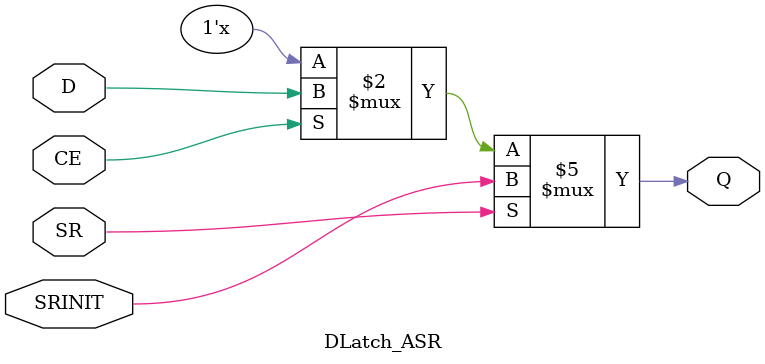
<source format=sv>
`timescale 1ns / 1ps


module DLatch_ASR(
    input D,    //D
    input CE,   // Chip Enable
    input SR,   //Active High Asynchronous Reset
    input SRINIT,   //Initial Value
    output reg Q    //Output Q    
    );
    
    always_comb begin
        if (SR) begin
            Q <= SRINIT;
        end
        else if (CE) begin 
            Q <= D;      
        end
    end
endmodule

</source>
